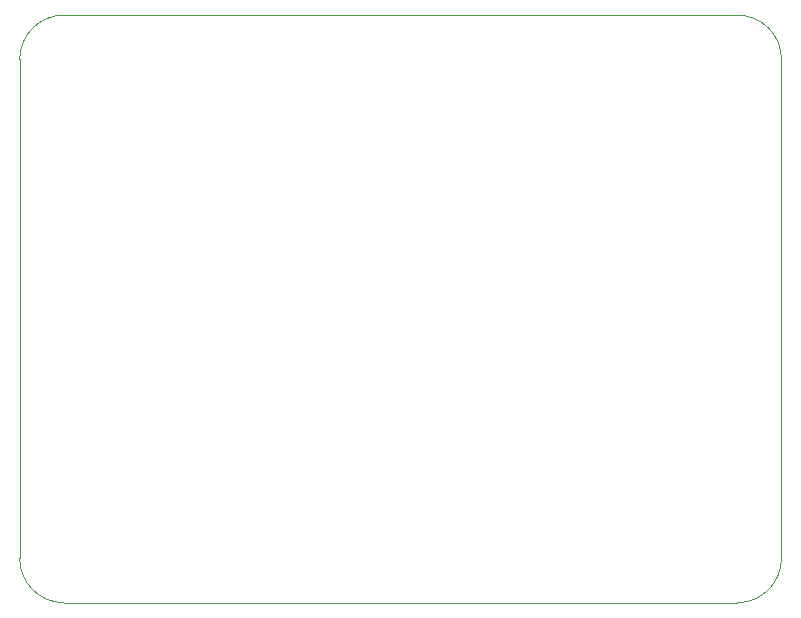
<source format=gbr>
%TF.GenerationSoftware,KiCad,Pcbnew,(6.0.2)*%
%TF.CreationDate,2022-04-19T16:18:31-05:00*%
%TF.ProjectId,Tlapixki-HelloWorld,546c6170-6978-46b6-992d-48656c6c6f57,rev?*%
%TF.SameCoordinates,Original*%
%TF.FileFunction,Profile,NP*%
%FSLAX46Y46*%
G04 Gerber Fmt 4.6, Leading zero omitted, Abs format (unit mm)*
G04 Created by KiCad (PCBNEW (6.0.2)) date 2022-04-19 16:18:31*
%MOMM*%
%LPD*%
G01*
G04 APERTURE LIST*
%TA.AperFunction,Profile*%
%ADD10C,0.100000*%
%TD*%
G04 APERTURE END LIST*
D10*
X66000000Y-97500000D02*
X123000000Y-97500000D01*
X62250000Y-143500000D02*
G75*
G03*
X66000000Y-147250000I3750001J1D01*
G01*
X123000000Y-147250000D02*
X66000000Y-147250000D01*
X126750000Y-101250000D02*
G75*
G03*
X123000000Y-97500000I-3750001J-1D01*
G01*
X123000000Y-147250000D02*
G75*
G03*
X126750000Y-143500000I-1J3750001D01*
G01*
X62250000Y-143500000D02*
X62250000Y-101250000D01*
X126750000Y-143500000D02*
X126750000Y-101250000D01*
X66000000Y-97500000D02*
G75*
G03*
X62250000Y-101250000I1J-3750001D01*
G01*
M02*

</source>
